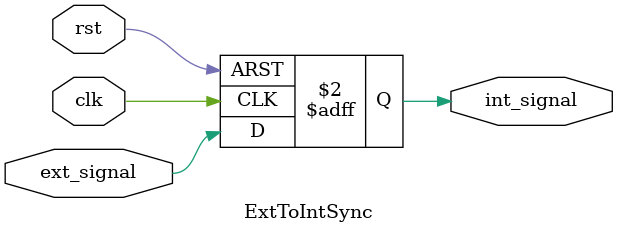
<source format=v>
`timescale 1ns / 1ps
`default_nettype none


module ExtToIntSync(
	input wire clk,
	input wire rst,
	input wire ext_signal,
	output reg int_signal
);

always @(posedge clk or posedge rst) begin
	if (rst) begin
		int_signal = 0;
	end
	else begin
		int_signal = ext_signal;
	end
end

endmodule

</source>
